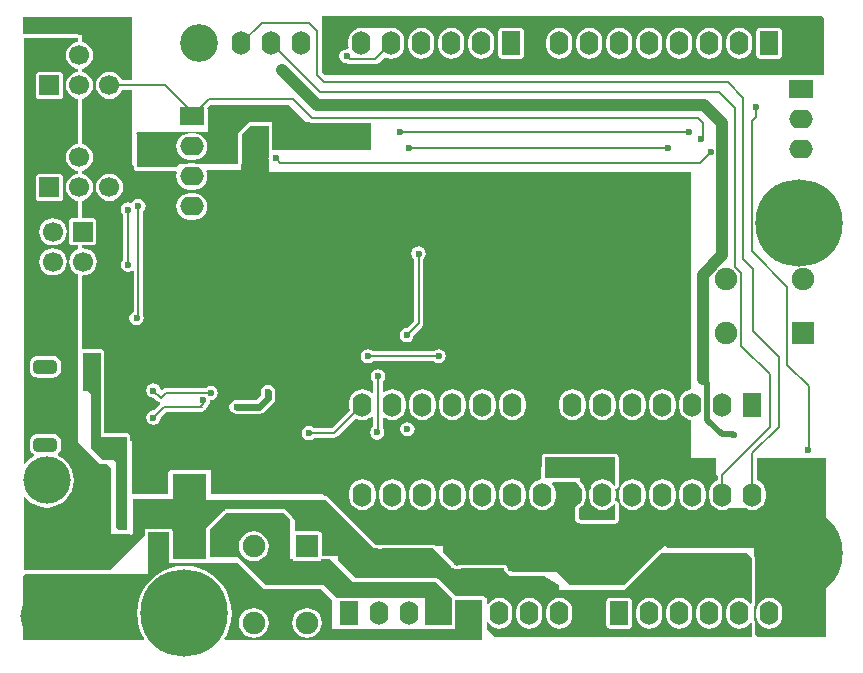
<source format=gbl>
G04 Layer_Physical_Order=2*
G04 Layer_Color=16711680*
%FSLAX44Y44*%
%MOMM*%
G71*
G01*
G75*
%ADD17R,1.9000X1.9000*%
%ADD32C,0.6000*%
%ADD33C,0.2000*%
%ADD34C,1.0000*%
%ADD35C,0.4000*%
%ADD37C,1.9000*%
%ADD38R,1.9000X1.9000*%
%ADD39O,2.0000X1.6000*%
%ADD40R,2.0000X1.6000*%
%ADD41R,1.7000X1.7000*%
%ADD42C,1.7000*%
%ADD43O,1.6000X2.0000*%
%ADD44R,1.6000X2.0000*%
%ADD45C,4.0000*%
G04:AMPARAMS|DCode=46|XSize=2mm|YSize=1.2mm|CornerRadius=0.36mm|HoleSize=0mm|Usage=FLASHONLY|Rotation=0.000|XOffset=0mm|YOffset=0mm|HoleType=Round|Shape=RoundedRectangle|*
%AMROUNDEDRECTD46*
21,1,2.0000,0.4800,0,0,0.0*
21,1,1.2800,1.2000,0,0,0.0*
1,1,0.7200,0.6400,-0.2400*
1,1,0.7200,-0.6400,-0.2400*
1,1,0.7200,-0.6400,0.2400*
1,1,0.7200,0.6400,0.2400*
%
%ADD46ROUNDEDRECTD46*%
%ADD47C,3.2000*%
%ADD48C,7.4000*%
%ADD49C,0.6000*%
%ADD50C,0.5000*%
G36*
X681000Y529000D02*
X681000Y481000D01*
X259000D01*
X256000Y484000D01*
Y531000D01*
X679000D01*
X681000Y529000D01*
D02*
G37*
G36*
X69000Y175000D02*
X76409D01*
X77000Y174883D01*
X77591Y175000D01*
X91000Y175000D01*
Y96000D01*
X84000D01*
X82000Y98000D01*
Y153000D01*
X80000Y155000D01*
X71000D01*
X61000Y165000D01*
Y211000D01*
X58000Y214000D01*
X54000D01*
Y246000D01*
X69000D01*
X69000Y175000D01*
D02*
G37*
G36*
X229000Y105000D02*
Y71000D01*
X231561D01*
X231837Y70587D01*
X232829Y69924D01*
X234000Y69691D01*
X253000D01*
X254170Y69924D01*
X255163Y70587D01*
X255439Y71000D01*
X263000D01*
X282000Y52000D01*
X317409D01*
X318000Y51883D01*
X318591Y52000D01*
X353000D01*
X366437Y38563D01*
X366174Y38170D01*
X365941Y37000D01*
Y15059D01*
X343000D01*
X343000Y38000D01*
X333354D01*
X333072Y38117D01*
X330200Y38495D01*
X327328Y38117D01*
X327046Y38000D01*
X307954D01*
X307672Y38117D01*
X304800Y38495D01*
X301928Y38117D01*
X301646Y38000D01*
X288909D01*
X288570Y38226D01*
X287400Y38459D01*
X271400D01*
X270229Y38226D01*
X269891Y38000D01*
X269000D01*
X258000Y49000D01*
X255296D01*
X255000Y49059D01*
X255000Y49059D01*
X208941D01*
X185000Y73000D01*
X161000D01*
Y96000D01*
X175000Y110000D01*
X224000D01*
X229000Y105000D01*
D02*
G37*
G36*
X49500Y512500D02*
Y509268D01*
X47798Y509044D01*
X45000Y507885D01*
X42598Y506042D01*
X40755Y503640D01*
X39596Y500842D01*
X39201Y497840D01*
X39596Y494838D01*
X40755Y492040D01*
X42598Y489638D01*
X45000Y487795D01*
X47798Y486636D01*
X49500Y486412D01*
Y483868D01*
X47798Y483644D01*
X45000Y482485D01*
X42598Y480642D01*
X40755Y478240D01*
X39596Y475442D01*
X39201Y472440D01*
X39596Y469438D01*
X40755Y466640D01*
X42598Y464238D01*
X45000Y462395D01*
X47798Y461236D01*
X49500Y461012D01*
X49500Y422908D01*
X47798Y422684D01*
X45000Y421525D01*
X42598Y419682D01*
X40755Y417280D01*
X39596Y414482D01*
X39201Y411480D01*
X39596Y408478D01*
X40755Y405680D01*
X42598Y403278D01*
X45000Y401435D01*
X47798Y400276D01*
X49500Y400052D01*
Y397508D01*
X47798Y397284D01*
X45000Y396125D01*
X42598Y394282D01*
X40755Y391880D01*
X39596Y389082D01*
X39201Y386080D01*
X39596Y383078D01*
X40755Y380280D01*
X42598Y377878D01*
X45000Y376035D01*
X47798Y374876D01*
X49500Y374652D01*
Y359959D01*
X45200D01*
X44029Y359726D01*
X43037Y359063D01*
X42374Y358070D01*
X42141Y356900D01*
Y339900D01*
X42374Y338730D01*
X43037Y337737D01*
X44029Y337074D01*
X45200Y336841D01*
X49500D01*
Y333708D01*
X47900Y333045D01*
X45498Y331202D01*
X43655Y328800D01*
X42496Y326002D01*
X42101Y323000D01*
X42496Y319998D01*
X43655Y317200D01*
X45498Y314798D01*
X47900Y312955D01*
X49500Y312292D01*
X49500Y249500D01*
Y170500D01*
X67500Y152500D01*
Y151500D01*
X74500D01*
X77500Y148500D01*
Y92500D01*
X93500D01*
X94500Y91500D01*
X96500Y93500D01*
Y122500D01*
X130000Y122500D01*
Y141730D01*
X130475Y143000D01*
X158000Y143000D01*
Y142000D01*
X158263Y141237D01*
X157756Y121500D01*
X259500Y121500D01*
X300500Y80500D01*
X302682D01*
X302909Y80348D01*
X305250Y79882D01*
X307591Y80348D01*
X307818Y80500D01*
X350500D01*
X365500Y65500D01*
Y63500D01*
X367808D01*
X368409Y63098D01*
X370750Y62632D01*
X373091Y63098D01*
X373692Y63500D01*
X409982D01*
X410348Y61659D01*
X411674Y59674D01*
X413659Y58348D01*
X414500Y58181D01*
Y57000D01*
X444000D01*
X456500Y49500D01*
Y45500D01*
X512500D01*
X543500Y76500D01*
X615500D01*
X620000Y72000D01*
Y34002D01*
X618730Y33571D01*
X617445Y35245D01*
X615147Y37009D01*
X612472Y38117D01*
X609600Y38495D01*
X606728Y38117D01*
X604053Y37009D01*
X601755Y35245D01*
X599991Y32947D01*
X598883Y30272D01*
X598505Y27400D01*
Y23400D01*
X598883Y20528D01*
X599991Y17852D01*
X601755Y15555D01*
X604053Y13792D01*
X606728Y12683D01*
X609600Y12305D01*
X612472Y12683D01*
X615147Y13792D01*
X617445Y15555D01*
X618730Y17229D01*
X620000Y16798D01*
Y5500D01*
X402500D01*
X395500Y12500D01*
Y17652D01*
X396770Y17905D01*
X396791Y17852D01*
X398555Y15555D01*
X400853Y13792D01*
X403528Y12683D01*
X406400Y12305D01*
X409272Y12683D01*
X411947Y13792D01*
X414245Y15555D01*
X416008Y17852D01*
X417117Y20528D01*
X417495Y23400D01*
Y27400D01*
X417117Y30272D01*
X416008Y32947D01*
X414245Y35245D01*
X411947Y37009D01*
X409272Y38117D01*
X406400Y38495D01*
X403528Y38117D01*
X400853Y37009D01*
X398555Y35245D01*
X396791Y32947D01*
X396770Y32895D01*
X395500Y33148D01*
Y38500D01*
X394606D01*
X394163Y39163D01*
X393171Y39826D01*
X392000Y40059D01*
X369064D01*
X368980Y40263D01*
X368767Y40476D01*
X368600Y40726D01*
X355163Y54163D01*
X354170Y54826D01*
X353000Y55059D01*
X353000Y55059D01*
X318591D01*
X318295Y55000D01*
X317705D01*
X317409Y55059D01*
X284941D01*
X269500Y70500D01*
Y73500D01*
X264659D01*
X264171Y73826D01*
X263000Y74059D01*
X263000Y74059D01*
X256500D01*
Y93500D01*
X255500Y94500D01*
X254284D01*
X254170Y94576D01*
X253000Y94809D01*
X234000D01*
X233500Y95219D01*
Y104500D01*
X231819Y106180D01*
X231163Y107163D01*
X231163Y107163D01*
X226163Y112163D01*
X225180Y112819D01*
X224500Y113500D01*
X174500D01*
X173819Y112819D01*
X172837Y112163D01*
X172837Y112163D01*
X158837Y98163D01*
X158174Y97170D01*
X157941Y96000D01*
X157941Y96000D01*
Y73000D01*
X158075Y72329D01*
X157278Y71059D01*
X130059Y71059D01*
X130059Y94000D01*
X129826Y95170D01*
X129500Y95658D01*
Y96500D01*
X128658D01*
X128170Y96826D01*
X127000Y97059D01*
X109000D01*
X107830Y96826D01*
X107341Y96500D01*
X106500D01*
Y95658D01*
X106174Y95170D01*
X105941Y94000D01*
Y90941D01*
X77059Y62059D01*
X5000Y62059D01*
X4770Y62013D01*
X3500Y63017D01*
Y123504D01*
X4770Y123958D01*
X6658Y121658D01*
X10160Y118784D01*
X14156Y116648D01*
X18491Y115333D01*
X23000Y114889D01*
X27509Y115333D01*
X31844Y116648D01*
X35840Y118784D01*
X39342Y121658D01*
X42216Y125160D01*
X44352Y129156D01*
X45667Y133491D01*
X46111Y138000D01*
X45667Y142509D01*
X44352Y146844D01*
X42216Y150840D01*
X39342Y154342D01*
X35840Y157216D01*
X32632Y158931D01*
X32508Y160437D01*
X33102Y160893D01*
X34160Y162271D01*
X34825Y163877D01*
X35052Y165600D01*
Y170400D01*
X34825Y172123D01*
X34160Y173729D01*
X33102Y175107D01*
X31723Y176165D01*
X30118Y176830D01*
X28395Y177057D01*
X15595D01*
X13872Y176830D01*
X12266Y176165D01*
X10888Y175107D01*
X9830Y173729D01*
X9165Y172123D01*
X8938Y170400D01*
Y165600D01*
X9165Y163877D01*
X9830Y162271D01*
X10888Y160893D01*
X12266Y159835D01*
X12468Y159752D01*
X12530Y158483D01*
X10160Y157216D01*
X6658Y154342D01*
X4770Y152042D01*
X3500Y152496D01*
Y512500D01*
X49500Y512500D01*
D02*
G37*
G36*
X233000Y451000D02*
X243000Y441000D01*
X246038D01*
X246439Y440732D01*
X248000Y440422D01*
X298000D01*
X298000Y418000D01*
X214000Y418000D01*
X214000Y441000D01*
X194000Y441000D01*
X185000Y432000D01*
X185000Y406000D01*
X150240D01*
X148000Y406295D01*
X144000D01*
X141760Y406000D01*
X136000D01*
X133000Y403000D01*
X100000D01*
Y431000D01*
X99000Y432000D01*
X100000Y433000D01*
X159000D01*
X160000Y434000D01*
Y452000D01*
X159059D01*
Y453291D01*
X161768Y456000D01*
X228000D01*
X233000Y451000D01*
D02*
G37*
G36*
X95000Y476518D02*
X86958D01*
X86245Y478240D01*
X84402Y480642D01*
X82000Y482485D01*
X79202Y483644D01*
X76200Y484039D01*
X73198Y483644D01*
X70400Y482485D01*
X67998Y480642D01*
X66155Y478240D01*
X64996Y475442D01*
X64601Y472440D01*
X64996Y469438D01*
X66155Y466640D01*
X67998Y464238D01*
X70400Y462395D01*
X73198Y461236D01*
X76200Y460841D01*
X79202Y461236D01*
X82000Y462395D01*
X84402Y464238D01*
X86245Y466640D01*
X86958Y468362D01*
X95000D01*
Y406000D01*
X96941Y404059D01*
Y403000D01*
X97174Y401829D01*
X97837Y400837D01*
X98829Y400174D01*
X100000Y399941D01*
X132683D01*
X133470Y399117D01*
X133612Y398867D01*
X133283Y398072D01*
X132905Y395200D01*
X133283Y392328D01*
X134391Y389652D01*
X136155Y387355D01*
X138453Y385592D01*
X141128Y384483D01*
X144000Y384105D01*
X148000D01*
X150872Y384483D01*
X153547Y385592D01*
X155845Y387355D01*
X157608Y389652D01*
X158717Y392328D01*
X159095Y395200D01*
X158717Y398072D01*
X158030Y399730D01*
X158878Y401000D01*
X188000D01*
Y405704D01*
X188059Y406000D01*
X188059Y430733D01*
X195267Y437941D01*
X210941Y437941D01*
X210941Y418000D01*
X211000Y417705D01*
Y411591D01*
X210882Y411000D01*
X211000Y410409D01*
Y399000D01*
X569000Y399000D01*
X569000Y214913D01*
X566978Y214647D01*
X564303Y213538D01*
X562005Y211775D01*
X560242Y209478D01*
X559133Y206802D01*
X558755Y203930D01*
Y199930D01*
X559133Y197058D01*
X560242Y194382D01*
X562005Y192085D01*
X564303Y190322D01*
X566978Y189213D01*
X569000Y188947D01*
X569000Y157000D01*
X590000Y157000D01*
Y143898D01*
X590000D01*
X590000Y143425D01*
X590662Y142763D01*
X591172Y141705D01*
Y137947D01*
X589703Y137338D01*
X587405Y135575D01*
X585642Y133278D01*
X584533Y130602D01*
X584155Y127730D01*
Y123730D01*
X584533Y120858D01*
X585642Y118182D01*
X587405Y115885D01*
X589703Y114122D01*
X592378Y113013D01*
X595250Y112635D01*
X598122Y113013D01*
X600797Y114122D01*
X615103D01*
X617778Y113013D01*
X620650Y112635D01*
X623522Y113013D01*
X626197Y114122D01*
X628495Y115885D01*
X630258Y118182D01*
X631367Y120858D01*
X631745Y123730D01*
Y127730D01*
X631367Y130602D01*
X630258Y133278D01*
X628495Y135575D01*
X626197Y137338D01*
X624728Y137947D01*
Y157000D01*
X683000Y157000D01*
X683000Y5000D01*
X625000D01*
X623059Y6941D01*
Y16798D01*
X623039Y16897D01*
X623052Y16998D01*
X622923Y17479D01*
X622826Y17968D01*
X622770Y18053D01*
X622743Y18151D01*
X622440Y18546D01*
X622163Y18961D01*
X622079Y19017D01*
X622017Y19097D01*
X622000Y19107D01*
Y31693D01*
X622017Y31702D01*
X622079Y31783D01*
X622163Y31839D01*
X622440Y32254D01*
X622743Y32649D01*
X622770Y32747D01*
X622826Y32832D01*
X622923Y33320D01*
X623052Y33802D01*
X623039Y33903D01*
X623059Y34002D01*
Y72000D01*
X623059Y72000D01*
X622826Y73170D01*
X622163Y74163D01*
X622163Y74163D01*
X622000Y74325D01*
Y81000D01*
X549000D01*
X547000Y83000D01*
X543559Y79559D01*
X543500D01*
X542329Y79326D01*
X541337Y78663D01*
X511674Y49000D01*
X466000D01*
X459000Y56000D01*
X454000Y60000D01*
X444521D01*
X444450Y60025D01*
X444223Y60014D01*
X444000Y60059D01*
X417249D01*
X417000Y60308D01*
Y64000D01*
X413001D01*
X412982Y64096D01*
X412867Y64375D01*
X412808Y64670D01*
X412640Y64921D01*
X412525Y65199D01*
X412312Y65412D01*
X412145Y65663D01*
X411894Y65830D01*
X411681Y66043D01*
X411403Y66158D01*
X411152Y66326D01*
X410857Y66385D01*
X410579Y66500D01*
X410277D01*
X409982Y66559D01*
X373692D01*
X373397Y66500D01*
X373096D01*
X372817Y66385D01*
X372522Y66326D01*
X372271Y66158D01*
X371993Y66043D01*
X371898Y65979D01*
X370750Y65751D01*
X369602Y65979D01*
X369507Y66043D01*
X369229Y66158D01*
X368978Y66326D01*
X368683Y66385D01*
X368405Y66500D01*
X368360D01*
X368326Y66670D01*
X367663Y67663D01*
X367663Y67663D01*
X359000Y76325D01*
Y82000D01*
X353326D01*
X352663Y82663D01*
X351670Y83326D01*
X350500Y83559D01*
X350500Y83559D01*
X307818D01*
X307523Y83500D01*
X307221D01*
X306943Y83385D01*
X306648Y83326D01*
X306548Y83259D01*
X305250Y83001D01*
X303952Y83259D01*
X303852Y83326D01*
X303557Y83385D01*
X303279Y83500D01*
X302977D01*
X302682Y83559D01*
X301767D01*
X261663Y123663D01*
X260670Y124326D01*
X259500Y124559D01*
X259500Y124559D01*
X258441D01*
X257000Y126000D01*
X162000D01*
Y147000D01*
X127500D01*
X126000Y145000D01*
X126000Y127270D01*
X124730Y126000D01*
X95000Y126000D01*
X95000Y171000D01*
X94059Y171217D01*
Y175000D01*
X93826Y176171D01*
X93163Y177163D01*
X92170Y177826D01*
X91000Y178059D01*
X77591Y178059D01*
X77295Y178000D01*
X77006Y178000D01*
X76705Y178000D01*
X76409Y178059D01*
X72059D01*
X72059Y246000D01*
X71826Y247171D01*
X71163Y248163D01*
X70170Y248826D01*
X69000Y249059D01*
X54000D01*
X53982Y249055D01*
X53000Y249861D01*
Y310787D01*
X53700Y311401D01*
X56702Y311796D01*
X59500Y312955D01*
X61902Y314798D01*
X63745Y317200D01*
X64904Y319998D01*
X65299Y323000D01*
X64904Y326002D01*
X63745Y328800D01*
X61902Y331202D01*
X59500Y333045D01*
X56702Y334204D01*
X53700Y334599D01*
X53000Y335213D01*
Y336841D01*
X62200D01*
X63370Y337074D01*
X64363Y337737D01*
X65026Y338730D01*
X65259Y339900D01*
Y356900D01*
X65026Y358070D01*
X64363Y359063D01*
X63370Y359726D01*
X62200Y359959D01*
X53000D01*
Y374770D01*
X53802Y374876D01*
X56600Y376035D01*
X59002Y377878D01*
X60845Y380280D01*
X62004Y383078D01*
X62399Y386080D01*
X62004Y389082D01*
X60845Y391880D01*
X59002Y394282D01*
X56600Y396125D01*
X53802Y397284D01*
X53000Y397390D01*
Y400170D01*
X53802Y400276D01*
X56600Y401435D01*
X59002Y403278D01*
X60845Y405680D01*
X62004Y408478D01*
X62399Y411480D01*
X62004Y414482D01*
X60845Y417280D01*
X59002Y419682D01*
X56600Y421525D01*
X53802Y422684D01*
X53000Y422790D01*
Y461130D01*
X53802Y461236D01*
X56600Y462395D01*
X59002Y464238D01*
X60845Y466640D01*
X62004Y469438D01*
X62399Y472440D01*
X62004Y475442D01*
X60845Y478240D01*
X59002Y480642D01*
X56600Y482485D01*
X53802Y483644D01*
X53000Y483750D01*
Y486530D01*
X53802Y486636D01*
X56600Y487795D01*
X59002Y489638D01*
X60845Y492040D01*
X62004Y494838D01*
X62399Y497840D01*
X62004Y500842D01*
X60845Y503640D01*
X59002Y506042D01*
X56600Y507885D01*
X53802Y509044D01*
X53000Y509150D01*
Y515000D01*
X51158D01*
X50670Y515326D01*
X49500Y515559D01*
X3500Y515559D01*
X3000Y515969D01*
Y530000D01*
X95000D01*
Y476518D01*
D02*
G37*
G36*
X127000Y68000D02*
X185000Y68000D01*
X207000Y46000D01*
X255000D01*
X265000Y36000D01*
Y12000D01*
X369000D01*
Y37000D01*
X392000D01*
Y3000D01*
X174186D01*
X173565Y4108D01*
X175450Y7184D01*
X177860Y13001D01*
X179330Y19123D01*
X179824Y25400D01*
X179330Y31677D01*
X177860Y37799D01*
X175450Y43616D01*
X172161Y48984D01*
X168072Y53772D01*
X163284Y57861D01*
X157916Y61150D01*
X152099Y63560D01*
X145977Y65030D01*
X139700Y65524D01*
X133423Y65030D01*
X127301Y63560D01*
X121484Y61150D01*
X116116Y57861D01*
X111328Y53772D01*
X107239Y48984D01*
X103949Y43616D01*
X101540Y37799D01*
X100070Y31677D01*
X99576Y25400D01*
X100070Y19123D01*
X101540Y13001D01*
X103949Y7184D01*
X105835Y4108D01*
X105214Y3000D01*
X3000D01*
Y57000D01*
X5000Y59000D01*
X109000Y59000D01*
X109000Y94000D01*
X127000D01*
X127000Y68000D01*
D02*
G37*
%LPC*%
G36*
X391160Y521095D02*
X388288Y520717D01*
X385613Y519608D01*
X383315Y517845D01*
X381552Y515547D01*
X380443Y512872D01*
X380065Y510000D01*
Y506000D01*
X380443Y503128D01*
X381552Y500452D01*
X383315Y498155D01*
X385613Y496391D01*
X388288Y495283D01*
X391160Y494905D01*
X394032Y495283D01*
X396707Y496391D01*
X399005Y498155D01*
X400769Y500452D01*
X401877Y503128D01*
X402255Y506000D01*
Y510000D01*
X401877Y512872D01*
X400769Y515547D01*
X399005Y517845D01*
X396707Y519608D01*
X394032Y520717D01*
X391160Y521095D01*
D02*
G37*
G36*
X457200D02*
X454328Y520717D01*
X451653Y519608D01*
X449355Y517845D01*
X447592Y515547D01*
X446483Y512872D01*
X446105Y510000D01*
Y506000D01*
X446483Y503128D01*
X447592Y500452D01*
X449355Y498155D01*
X451653Y496391D01*
X454328Y495283D01*
X457200Y494905D01*
X460072Y495283D01*
X462747Y496391D01*
X465045Y498155D01*
X466809Y500452D01*
X467917Y503128D01*
X468295Y506000D01*
Y510000D01*
X467917Y512872D01*
X466809Y515547D01*
X465045Y517845D01*
X462747Y519608D01*
X460072Y520717D01*
X457200Y521095D01*
D02*
G37*
G36*
X482600D02*
X479728Y520717D01*
X477053Y519608D01*
X474755Y517845D01*
X472991Y515547D01*
X471883Y512872D01*
X471505Y510000D01*
Y506000D01*
X471883Y503128D01*
X472991Y500452D01*
X474755Y498155D01*
X477053Y496391D01*
X479728Y495283D01*
X482600Y494905D01*
X485472Y495283D01*
X488147Y496391D01*
X490445Y498155D01*
X492209Y500452D01*
X493317Y503128D01*
X493695Y506000D01*
Y510000D01*
X493317Y512872D01*
X492209Y515547D01*
X490445Y517845D01*
X488147Y519608D01*
X485472Y520717D01*
X482600Y521095D01*
D02*
G37*
G36*
X365760D02*
X362888Y520717D01*
X360213Y519608D01*
X357915Y517845D01*
X356152Y515547D01*
X355043Y512872D01*
X354665Y510000D01*
Y506000D01*
X355043Y503128D01*
X356152Y500452D01*
X357915Y498155D01*
X360213Y496391D01*
X362888Y495283D01*
X365760Y494905D01*
X368632Y495283D01*
X371307Y496391D01*
X373605Y498155D01*
X375368Y500452D01*
X376477Y503128D01*
X376855Y506000D01*
Y510000D01*
X376477Y512872D01*
X375368Y515547D01*
X373605Y517845D01*
X371307Y519608D01*
X368632Y520717D01*
X365760Y521095D01*
D02*
G37*
G36*
X340360D02*
X337488Y520717D01*
X334813Y519608D01*
X332515Y517845D01*
X330751Y515547D01*
X329643Y512872D01*
X329265Y510000D01*
Y506000D01*
X329643Y503128D01*
X330751Y500452D01*
X332515Y498155D01*
X334813Y496391D01*
X337488Y495283D01*
X340360Y494905D01*
X343232Y495283D01*
X345907Y496391D01*
X348205Y498155D01*
X349968Y500452D01*
X351077Y503128D01*
X351455Y506000D01*
Y510000D01*
X351077Y512872D01*
X349968Y515547D01*
X348205Y517845D01*
X345907Y519608D01*
X343232Y520717D01*
X340360Y521095D01*
D02*
G37*
G36*
X508000D02*
X505128Y520717D01*
X502453Y519608D01*
X500155Y517845D01*
X498391Y515547D01*
X497283Y512872D01*
X496905Y510000D01*
Y506000D01*
X497283Y503128D01*
X498391Y500452D01*
X500155Y498155D01*
X502453Y496391D01*
X505128Y495283D01*
X508000Y494905D01*
X510872Y495283D01*
X513547Y496391D01*
X515845Y498155D01*
X517608Y500452D01*
X518717Y503128D01*
X519095Y506000D01*
Y510000D01*
X518717Y512872D01*
X517608Y515547D01*
X515845Y517845D01*
X513547Y519608D01*
X510872Y520717D01*
X508000Y521095D01*
D02*
G37*
G36*
X424560Y521059D02*
X408560D01*
X407389Y520826D01*
X406397Y520163D01*
X405734Y519170D01*
X405501Y518000D01*
Y498000D01*
X405734Y496829D01*
X406397Y495837D01*
X407389Y495174D01*
X408560Y494941D01*
X424560D01*
X425731Y495174D01*
X426723Y495837D01*
X427386Y496829D01*
X427619Y498000D01*
Y518000D01*
X427386Y519170D01*
X426723Y520163D01*
X425731Y520826D01*
X424560Y521059D01*
D02*
G37*
G36*
X643000D02*
X627000D01*
X625830Y520826D01*
X624837Y520163D01*
X624174Y519170D01*
X623941Y518000D01*
Y498000D01*
X624174Y496829D01*
X624837Y495837D01*
X625830Y495174D01*
X627000Y494941D01*
X643000D01*
X644171Y495174D01*
X645163Y495837D01*
X645826Y496829D01*
X646059Y498000D01*
Y518000D01*
X645826Y519170D01*
X645163Y520163D01*
X644171Y520826D01*
X643000Y521059D01*
D02*
G37*
G36*
X289560Y521095D02*
X286688Y520717D01*
X284013Y519608D01*
X281715Y517845D01*
X279951Y515547D01*
X278843Y512872D01*
X278465Y510000D01*
Y506000D01*
X278719Y504071D01*
X277579Y503002D01*
X277000Y503117D01*
X274659Y502652D01*
X272674Y501326D01*
X271348Y499341D01*
X270882Y497000D01*
X271348Y494659D01*
X272674Y492674D01*
X274659Y491348D01*
X277000Y490882D01*
X277550Y490992D01*
X277939Y490732D01*
X279500Y490422D01*
X279500Y490422D01*
X301460D01*
X301460Y490422D01*
X303021Y490732D01*
X304344Y491616D01*
X309247Y496519D01*
X309413Y496391D01*
X312088Y495283D01*
X314960Y494905D01*
X317832Y495283D01*
X320507Y496391D01*
X322805Y498155D01*
X324568Y500452D01*
X325677Y503128D01*
X326055Y506000D01*
Y510000D01*
X325677Y512872D01*
X324568Y515547D01*
X322805Y517845D01*
X320507Y519608D01*
X317832Y520717D01*
X314960Y521095D01*
X314239Y521000D01*
X314239Y521000D01*
X291000Y521000D01*
D01*
X289770Y521067D01*
X289560Y521095D01*
D02*
G37*
G36*
X609600D02*
X606728Y520717D01*
X604053Y519608D01*
X601755Y517845D01*
X599991Y515547D01*
X598883Y512872D01*
X598505Y510000D01*
Y506000D01*
X598883Y503128D01*
X599991Y500452D01*
X601755Y498155D01*
X604053Y496391D01*
X606728Y495283D01*
X609600Y494905D01*
X612472Y495283D01*
X615147Y496391D01*
X617445Y498155D01*
X619208Y500452D01*
X620317Y503128D01*
X620695Y506000D01*
Y510000D01*
X620317Y512872D01*
X619208Y515547D01*
X617445Y517845D01*
X615147Y519608D01*
X612472Y520717D01*
X609600Y521095D01*
D02*
G37*
G36*
X533400D02*
X530528Y520717D01*
X527853Y519608D01*
X525555Y517845D01*
X523792Y515547D01*
X522683Y512872D01*
X522305Y510000D01*
Y506000D01*
X522683Y503128D01*
X523792Y500452D01*
X525555Y498155D01*
X527853Y496391D01*
X530528Y495283D01*
X533400Y494905D01*
X536272Y495283D01*
X538947Y496391D01*
X541245Y498155D01*
X543008Y500452D01*
X544117Y503128D01*
X544495Y506000D01*
Y510000D01*
X544117Y512872D01*
X543008Y515547D01*
X541245Y517845D01*
X538947Y519608D01*
X536272Y520717D01*
X533400Y521095D01*
D02*
G37*
G36*
X558800D02*
X555928Y520717D01*
X553253Y519608D01*
X550955Y517845D01*
X549192Y515547D01*
X548083Y512872D01*
X547705Y510000D01*
Y506000D01*
X548083Y503128D01*
X549192Y500452D01*
X550955Y498155D01*
X553253Y496391D01*
X555928Y495283D01*
X558800Y494905D01*
X561672Y495283D01*
X564347Y496391D01*
X566645Y498155D01*
X568409Y500452D01*
X569517Y503128D01*
X569895Y506000D01*
Y510000D01*
X569517Y512872D01*
X568409Y515547D01*
X566645Y517845D01*
X564347Y519608D01*
X561672Y520717D01*
X558800Y521095D01*
D02*
G37*
G36*
X584200D02*
X581328Y520717D01*
X578653Y519608D01*
X576355Y517845D01*
X574591Y515547D01*
X573483Y512872D01*
X573105Y510000D01*
Y506000D01*
X573483Y503128D01*
X574591Y500452D01*
X576355Y498155D01*
X578653Y496391D01*
X581328Y495283D01*
X584200Y494905D01*
X587072Y495283D01*
X589747Y496391D01*
X592045Y498155D01*
X593809Y500452D01*
X594917Y503128D01*
X595295Y506000D01*
Y510000D01*
X594917Y512872D01*
X593809Y515547D01*
X592045Y517845D01*
X589747Y519608D01*
X587072Y520717D01*
X584200Y521095D01*
D02*
G37*
G36*
X198500Y94858D02*
X195237Y94428D01*
X192196Y93169D01*
X189585Y91165D01*
X187581Y88554D01*
X186322Y85513D01*
X185892Y82250D01*
X186322Y78987D01*
X187581Y75946D01*
X189585Y73335D01*
X192196Y71331D01*
X195237Y70072D01*
X198500Y69642D01*
X201763Y70072D01*
X204804Y71331D01*
X207415Y73335D01*
X209419Y75946D01*
X210678Y78987D01*
X211108Y82250D01*
X210678Y85513D01*
X209419Y88554D01*
X207415Y91165D01*
X204804Y93169D01*
X201763Y94428D01*
X198500Y94858D01*
D02*
G37*
G36*
X516000Y38459D02*
X500000D01*
X498829Y38226D01*
X497837Y37563D01*
X497174Y36570D01*
X496941Y35400D01*
Y15400D01*
X497174Y14230D01*
X497837Y13237D01*
X498829Y12574D01*
X500000Y12341D01*
X516000D01*
X517170Y12574D01*
X518163Y13237D01*
X518826Y14230D01*
X519059Y15400D01*
Y35400D01*
X518826Y36570D01*
X518163Y37563D01*
X517170Y38226D01*
X516000Y38459D01*
D02*
G37*
G36*
X533400Y38495D02*
X530528Y38117D01*
X527853Y37009D01*
X525555Y35245D01*
X523792Y32947D01*
X522683Y30272D01*
X522305Y27400D01*
Y23400D01*
X522683Y20528D01*
X523792Y17852D01*
X525555Y15555D01*
X527853Y13792D01*
X530528Y12683D01*
X533400Y12305D01*
X536272Y12683D01*
X538947Y13792D01*
X541245Y15555D01*
X543008Y17852D01*
X544117Y20528D01*
X544495Y23400D01*
Y27400D01*
X544117Y30272D01*
X543008Y32947D01*
X541245Y35245D01*
X538947Y37009D01*
X536272Y38117D01*
X533400Y38495D01*
D02*
G37*
G36*
X558800D02*
X555928Y38117D01*
X553253Y37009D01*
X550955Y35245D01*
X549192Y32947D01*
X548083Y30272D01*
X547705Y27400D01*
Y23400D01*
X548083Y20528D01*
X549192Y17852D01*
X550955Y15555D01*
X553253Y13792D01*
X555928Y12683D01*
X558800Y12305D01*
X561672Y12683D01*
X564347Y13792D01*
X566645Y15555D01*
X568409Y17852D01*
X569517Y20528D01*
X569895Y23400D01*
Y27400D01*
X569517Y30272D01*
X568409Y32947D01*
X566645Y35245D01*
X564347Y37009D01*
X561672Y38117D01*
X558800Y38495D01*
D02*
G37*
G36*
X584200D02*
X581328Y38117D01*
X578653Y37009D01*
X576355Y35245D01*
X574591Y32947D01*
X573483Y30272D01*
X573105Y27400D01*
Y23400D01*
X573483Y20528D01*
X574591Y17852D01*
X576355Y15555D01*
X578653Y13792D01*
X581328Y12683D01*
X584200Y12305D01*
X587072Y12683D01*
X589747Y13792D01*
X592045Y15555D01*
X593809Y17852D01*
X594917Y20528D01*
X595295Y23400D01*
Y27400D01*
X594917Y30272D01*
X593809Y32947D01*
X592045Y35245D01*
X589747Y37009D01*
X587072Y38117D01*
X584200Y38495D01*
D02*
G37*
G36*
X457200D02*
X454328Y38117D01*
X451653Y37009D01*
X449355Y35245D01*
X447592Y32947D01*
X446483Y30272D01*
X446105Y27400D01*
Y23400D01*
X446483Y20528D01*
X447592Y17852D01*
X449355Y15555D01*
X451653Y13792D01*
X454328Y12683D01*
X457200Y12305D01*
X460072Y12683D01*
X462747Y13792D01*
X465045Y15555D01*
X466809Y17852D01*
X467917Y20528D01*
X468295Y23400D01*
Y27400D01*
X467917Y30272D01*
X466809Y32947D01*
X465045Y35245D01*
X462747Y37009D01*
X460072Y38117D01*
X457200Y38495D01*
D02*
G37*
G36*
X431800D02*
X428928Y38117D01*
X426253Y37009D01*
X423955Y35245D01*
X422192Y32947D01*
X421083Y30272D01*
X420705Y27400D01*
Y23400D01*
X421083Y20528D01*
X422192Y17852D01*
X423955Y15555D01*
X426253Y13792D01*
X428928Y12683D01*
X431800Y12305D01*
X434672Y12683D01*
X437347Y13792D01*
X439645Y15555D01*
X441409Y17852D01*
X442517Y20528D01*
X442895Y23400D01*
Y27400D01*
X442517Y30272D01*
X441409Y32947D01*
X439645Y35245D01*
X437347Y37009D01*
X434672Y38117D01*
X431800Y38495D01*
D02*
G37*
G36*
X33900Y483999D02*
X16900D01*
X15730Y483766D01*
X14737Y483103D01*
X14074Y482110D01*
X13841Y480940D01*
Y463940D01*
X14074Y462770D01*
X14737Y461777D01*
X15730Y461114D01*
X16900Y460881D01*
X33900D01*
X35071Y461114D01*
X36063Y461777D01*
X36726Y462770D01*
X36959Y463940D01*
Y480940D01*
X36726Y482110D01*
X36063Y483103D01*
X35071Y483766D01*
X33900Y483999D01*
D02*
G37*
G36*
Y397639D02*
X16900D01*
X15730Y397406D01*
X14737Y396743D01*
X14074Y395751D01*
X13841Y394580D01*
Y377580D01*
X14074Y376409D01*
X14737Y375417D01*
X15730Y374754D01*
X16900Y374521D01*
X33900D01*
X35071Y374754D01*
X36063Y375417D01*
X36726Y376409D01*
X36959Y377580D01*
Y394580D01*
X36726Y395751D01*
X36063Y396743D01*
X35071Y397406D01*
X33900Y397639D01*
D02*
G37*
G36*
X28395Y243057D02*
X15595D01*
X13872Y242830D01*
X12266Y242165D01*
X10888Y241107D01*
X9830Y239729D01*
X9165Y238123D01*
X8938Y236400D01*
Y231600D01*
X9165Y229877D01*
X9830Y228272D01*
X10888Y226893D01*
X12266Y225835D01*
X13872Y225170D01*
X15595Y224943D01*
X28395D01*
X30118Y225170D01*
X31723Y225835D01*
X33102Y226893D01*
X34160Y228272D01*
X34825Y229877D01*
X35052Y231600D01*
Y236400D01*
X34825Y238123D01*
X34160Y239729D01*
X33102Y241107D01*
X31723Y242165D01*
X30118Y242830D01*
X28395Y243057D01*
D02*
G37*
G36*
X28300Y359999D02*
X25298Y359604D01*
X22500Y358445D01*
X20098Y356602D01*
X18255Y354200D01*
X17096Y351402D01*
X16701Y348400D01*
X17096Y345398D01*
X18255Y342600D01*
X20098Y340198D01*
X22500Y338355D01*
X25298Y337196D01*
X28300Y336801D01*
X31302Y337196D01*
X34100Y338355D01*
X36502Y340198D01*
X38345Y342600D01*
X39504Y345398D01*
X39899Y348400D01*
X39504Y351402D01*
X38345Y354200D01*
X36502Y356602D01*
X34100Y358445D01*
X31302Y359604D01*
X28300Y359999D01*
D02*
G37*
G36*
Y334599D02*
X25298Y334204D01*
X22500Y333045D01*
X20098Y331202D01*
X18255Y328800D01*
X17096Y326002D01*
X16701Y323000D01*
X17096Y319998D01*
X18255Y317200D01*
X20098Y314798D01*
X22500Y312955D01*
X25298Y311796D01*
X28300Y311401D01*
X31302Y311796D01*
X34100Y312955D01*
X36502Y314798D01*
X38345Y317200D01*
X39504Y319998D01*
X39899Y323000D01*
X39504Y326002D01*
X38345Y328800D01*
X36502Y331202D01*
X34100Y333045D01*
X31302Y334204D01*
X28300Y334599D01*
D02*
G37*
G36*
X148000Y431695D02*
X144000D01*
X141128Y431317D01*
X138453Y430209D01*
X136155Y428445D01*
X134391Y426147D01*
X133283Y423472D01*
X132905Y420600D01*
X133283Y417728D01*
X134391Y415052D01*
X136155Y412755D01*
X138453Y410992D01*
X141128Y409883D01*
X144000Y409505D01*
X148000D01*
X150872Y409883D01*
X153547Y410992D01*
X155845Y412755D01*
X157608Y415052D01*
X158717Y417728D01*
X159095Y420600D01*
X158717Y423472D01*
X157608Y426147D01*
X155845Y428445D01*
X153547Y430209D01*
X150872Y431317D01*
X148000Y431695D01*
D02*
G37*
G36*
X519050Y138825D02*
X516178Y138447D01*
X513503Y137338D01*
X511205Y135575D01*
X509441Y133278D01*
X508333Y130602D01*
X507955Y127730D01*
Y123730D01*
X508333Y120858D01*
X509441Y118182D01*
X511205Y115885D01*
X513503Y114122D01*
X516178Y113013D01*
X519050Y112635D01*
X521922Y113013D01*
X524597Y114122D01*
X526895Y115885D01*
X528658Y118182D01*
X529767Y120858D01*
X530145Y123730D01*
Y127730D01*
X529767Y130602D01*
X528658Y133278D01*
X526895Y135575D01*
X524597Y137338D01*
X521922Y138447D01*
X519050Y138825D01*
D02*
G37*
G36*
X544450D02*
X541578Y138447D01*
X538903Y137338D01*
X536605Y135575D01*
X534841Y133278D01*
X533733Y130602D01*
X533355Y127730D01*
Y123730D01*
X533733Y120858D01*
X534841Y118182D01*
X536605Y115885D01*
X538903Y114122D01*
X541578Y113013D01*
X544450Y112635D01*
X547322Y113013D01*
X549997Y114122D01*
X552295Y115885D01*
X554058Y118182D01*
X555167Y120858D01*
X555545Y123730D01*
Y127730D01*
X555167Y130602D01*
X554058Y133278D01*
X552295Y135575D01*
X549997Y137338D01*
X547322Y138447D01*
X544450Y138825D01*
D02*
G37*
G36*
X569850D02*
X566978Y138447D01*
X564303Y137338D01*
X562005Y135575D01*
X560242Y133278D01*
X559133Y130602D01*
X558755Y127730D01*
Y123730D01*
X559133Y120858D01*
X560242Y118182D01*
X562005Y115885D01*
X564303Y114122D01*
X566978Y113013D01*
X569850Y112635D01*
X572722Y113013D01*
X575397Y114122D01*
X577695Y115885D01*
X579459Y118182D01*
X580567Y120858D01*
X580945Y123730D01*
Y127730D01*
X580567Y130602D01*
X579459Y133278D01*
X577695Y135575D01*
X575397Y137338D01*
X572722Y138447D01*
X569850Y138825D01*
D02*
G37*
G36*
X366650D02*
X363778Y138447D01*
X361103Y137338D01*
X358805Y135575D01*
X357042Y133278D01*
X355933Y130602D01*
X355555Y127730D01*
Y123730D01*
X355933Y120858D01*
X357042Y118182D01*
X358805Y115885D01*
X361103Y114122D01*
X363778Y113013D01*
X366650Y112635D01*
X369522Y113013D01*
X372197Y114122D01*
X374495Y115885D01*
X376259Y118182D01*
X377367Y120858D01*
X377745Y123730D01*
Y127730D01*
X377367Y130602D01*
X376259Y133278D01*
X374495Y135575D01*
X372197Y137338D01*
X369522Y138447D01*
X366650Y138825D01*
D02*
G37*
G36*
X392050D02*
X389178Y138447D01*
X386503Y137338D01*
X384205Y135575D01*
X382441Y133278D01*
X381333Y130602D01*
X380955Y127730D01*
Y123730D01*
X381333Y120858D01*
X382441Y118182D01*
X384205Y115885D01*
X386503Y114122D01*
X389178Y113013D01*
X392050Y112635D01*
X394922Y113013D01*
X397597Y114122D01*
X399895Y115885D01*
X401659Y118182D01*
X402767Y120858D01*
X403145Y123730D01*
Y127730D01*
X402767Y130602D01*
X401659Y133278D01*
X399895Y135575D01*
X397597Y137338D01*
X394922Y138447D01*
X392050Y138825D01*
D02*
G37*
G36*
X417450D02*
X414578Y138447D01*
X411903Y137338D01*
X409605Y135575D01*
X407841Y133278D01*
X406733Y130602D01*
X406355Y127730D01*
Y123730D01*
X406733Y120858D01*
X407841Y118182D01*
X409605Y115885D01*
X411903Y114122D01*
X414578Y113013D01*
X417450Y112635D01*
X420322Y113013D01*
X422997Y114122D01*
X425295Y115885D01*
X427058Y118182D01*
X428167Y120858D01*
X428545Y123730D01*
Y127730D01*
X428167Y130602D01*
X427058Y133278D01*
X425295Y135575D01*
X422997Y137338D01*
X420322Y138447D01*
X417450Y138825D01*
D02*
G37*
G36*
X366650Y215025D02*
X363778Y214647D01*
X361103Y213538D01*
X358805Y211775D01*
X357042Y209478D01*
X355933Y206802D01*
X355555Y203930D01*
Y199930D01*
X355933Y197058D01*
X357042Y194382D01*
X358805Y192085D01*
X361103Y190322D01*
X363778Y189213D01*
X366650Y188835D01*
X369522Y189213D01*
X372197Y190322D01*
X374495Y192085D01*
X376259Y194382D01*
X377367Y197058D01*
X377745Y199930D01*
Y203930D01*
X377367Y206802D01*
X376259Y209478D01*
X374495Y211775D01*
X372197Y213538D01*
X369522Y214647D01*
X366650Y215025D01*
D02*
G37*
G36*
X392050D02*
X389178Y214647D01*
X386503Y213538D01*
X384205Y211775D01*
X382441Y209478D01*
X381333Y206802D01*
X380955Y203930D01*
Y199930D01*
X381333Y197058D01*
X382441Y194382D01*
X384205Y192085D01*
X386503Y190322D01*
X389178Y189213D01*
X392050Y188835D01*
X394922Y189213D01*
X397597Y190322D01*
X399895Y192085D01*
X401659Y194382D01*
X402767Y197058D01*
X403145Y199930D01*
Y203930D01*
X402767Y206802D01*
X401659Y209478D01*
X399895Y211775D01*
X397597Y213538D01*
X394922Y214647D01*
X392050Y215025D01*
D02*
G37*
G36*
X417450D02*
X414578Y214647D01*
X411903Y213538D01*
X409605Y211775D01*
X407841Y209478D01*
X406733Y206802D01*
X406355Y203930D01*
Y199930D01*
X406733Y197058D01*
X407841Y194382D01*
X409605Y192085D01*
X411903Y190322D01*
X414578Y189213D01*
X417450Y188835D01*
X420322Y189213D01*
X422997Y190322D01*
X425295Y192085D01*
X427058Y194382D01*
X428167Y197058D01*
X428545Y199930D01*
Y203930D01*
X428167Y206802D01*
X427058Y209478D01*
X425295Y211775D01*
X422997Y213538D01*
X420322Y214647D01*
X417450Y215025D01*
D02*
G37*
G36*
X468250D02*
X465378Y214647D01*
X462703Y213538D01*
X460405Y211775D01*
X458642Y209478D01*
X457533Y206802D01*
X457155Y203930D01*
Y199930D01*
X457533Y197058D01*
X458642Y194382D01*
X460405Y192085D01*
X462703Y190322D01*
X465378Y189213D01*
X468250Y188835D01*
X471122Y189213D01*
X473797Y190322D01*
X476095Y192085D01*
X477859Y194382D01*
X478967Y197058D01*
X479345Y199930D01*
Y203930D01*
X478967Y206802D01*
X477859Y209478D01*
X476095Y211775D01*
X473797Y213538D01*
X471122Y214647D01*
X468250Y215025D01*
D02*
G37*
G36*
X328500Y187367D02*
X326159Y186902D01*
X324174Y185576D01*
X322848Y183591D01*
X322383Y181250D01*
X322848Y178909D01*
X324174Y176924D01*
X326159Y175598D01*
X328500Y175133D01*
X330841Y175598D01*
X332826Y176924D01*
X334152Y178909D01*
X334618Y181250D01*
X334152Y183591D01*
X332826Y185576D01*
X330841Y186902D01*
X328500Y187367D01*
D02*
G37*
G36*
X341250Y215025D02*
X338378Y214647D01*
X335703Y213538D01*
X333405Y211775D01*
X331642Y209478D01*
X330533Y206802D01*
X330155Y203930D01*
Y199930D01*
X330533Y197058D01*
X331642Y194382D01*
X333405Y192085D01*
X335703Y190322D01*
X338378Y189213D01*
X341250Y188835D01*
X344122Y189213D01*
X346797Y190322D01*
X349095Y192085D01*
X350858Y194382D01*
X351967Y197058D01*
X352345Y199930D01*
Y203930D01*
X351967Y206802D01*
X350858Y209478D01*
X349095Y211775D01*
X346797Y213538D01*
X344122Y214647D01*
X341250Y215025D01*
D02*
G37*
G36*
Y138825D02*
X338378Y138447D01*
X335703Y137338D01*
X333405Y135575D01*
X331642Y133278D01*
X330533Y130602D01*
X330155Y127730D01*
Y123730D01*
X330533Y120858D01*
X331642Y118182D01*
X333405Y115885D01*
X335703Y114122D01*
X338378Y113013D01*
X341250Y112635D01*
X344122Y113013D01*
X346797Y114122D01*
X349095Y115885D01*
X350858Y118182D01*
X351967Y120858D01*
X352345Y123730D01*
Y127730D01*
X351967Y130602D01*
X350858Y133278D01*
X349095Y135575D01*
X346797Y137338D01*
X344122Y138447D01*
X341250Y138825D01*
D02*
G37*
G36*
X635000Y38495D02*
X632128Y38117D01*
X629453Y37009D01*
X627155Y35245D01*
X625392Y32947D01*
X624283Y30272D01*
X623905Y27400D01*
Y23400D01*
X624283Y20528D01*
X625392Y17852D01*
X627155Y15555D01*
X629453Y13792D01*
X632128Y12683D01*
X635000Y12305D01*
X637872Y12683D01*
X640547Y13792D01*
X642845Y15555D01*
X644609Y17852D01*
X645717Y20528D01*
X646095Y23400D01*
Y27400D01*
X645717Y30272D01*
X644609Y32947D01*
X642845Y35245D01*
X640547Y37009D01*
X637872Y38117D01*
X635000Y38495D01*
D02*
G37*
G36*
X290450Y138825D02*
X287578Y138447D01*
X284903Y137338D01*
X282605Y135575D01*
X280842Y133278D01*
X279733Y130602D01*
X279355Y127730D01*
Y123730D01*
X279733Y120858D01*
X280842Y118182D01*
X282605Y115885D01*
X284903Y114122D01*
X287578Y113013D01*
X290450Y112635D01*
X293322Y113013D01*
X295997Y114122D01*
X298295Y115885D01*
X300058Y118182D01*
X301167Y120858D01*
X301545Y123730D01*
Y127730D01*
X301167Y130602D01*
X300058Y133278D01*
X298295Y135575D01*
X295997Y137338D01*
X293322Y138447D01*
X290450Y138825D01*
D02*
G37*
G36*
X315850D02*
X312978Y138447D01*
X310303Y137338D01*
X308005Y135575D01*
X306241Y133278D01*
X305133Y130602D01*
X304755Y127730D01*
Y123730D01*
X305133Y120858D01*
X306241Y118182D01*
X308005Y115885D01*
X310303Y114122D01*
X312978Y113013D01*
X315850Y112635D01*
X318722Y113013D01*
X321397Y114122D01*
X323695Y115885D01*
X325458Y118182D01*
X326567Y120858D01*
X326945Y123730D01*
Y127730D01*
X326567Y130602D01*
X325458Y133278D01*
X323695Y135575D01*
X321397Y137338D01*
X318722Y138447D01*
X315850Y138825D01*
D02*
G37*
G36*
X445225Y160646D02*
X444659Y160533D01*
X444091Y160427D01*
X444074Y160417D01*
X444055Y160413D01*
X443575Y160092D01*
X443090Y159777D01*
X443079Y159761D01*
X443062Y159750D01*
X442741Y159269D01*
X442415Y158793D01*
X442410Y158774D01*
X442399Y158757D01*
X442286Y158191D01*
X442167Y157626D01*
X441941Y140039D01*
X441951Y139988D01*
X441835Y139420D01*
X441195Y138715D01*
X440949Y138575D01*
X439978Y138447D01*
X437303Y137338D01*
X435005Y135575D01*
X433242Y133278D01*
X432133Y130602D01*
X431755Y127730D01*
Y123730D01*
X432133Y120858D01*
X433242Y118182D01*
X435005Y115885D01*
X437303Y114122D01*
X439978Y113013D01*
X442850Y112635D01*
X445722Y113013D01*
X448397Y114122D01*
X450695Y115885D01*
X452458Y118182D01*
X453567Y120858D01*
X453945Y123730D01*
Y127730D01*
X453567Y130602D01*
X452458Y133278D01*
X450939Y135258D01*
X451392Y136528D01*
X471323Y136528D01*
X471381Y136467D01*
X471509Y136088D01*
X471587Y135695D01*
X471699Y135528D01*
X471764Y135337D01*
X472028Y135036D01*
X472250Y134703D01*
X472418Y134591D01*
X472551Y134439D01*
X473914Y133394D01*
X475187Y131735D01*
X475987Y129803D01*
X476286Y127529D01*
Y123931D01*
X475987Y121657D01*
X475187Y119725D01*
X473914Y118066D01*
X472255Y116793D01*
X472243Y116788D01*
X471250Y116125D01*
X470986Y115729D01*
X470587Y115133D01*
X470355Y113962D01*
Y105935D01*
X470587Y104764D01*
X471250Y103772D01*
X471250Y103772D01*
X472925Y102098D01*
X473917Y101435D01*
X475088Y101202D01*
X475088Y101202D01*
X504087D01*
X504088Y101202D01*
X505258Y101435D01*
X506250Y102098D01*
X506576Y102424D01*
X507239Y103416D01*
X507472Y104586D01*
X507472Y104587D01*
Y117678D01*
X507361Y118235D01*
X507261Y118794D01*
X507245Y118820D01*
X507239Y118849D01*
X506924Y119321D01*
X506617Y119799D01*
X506593Y119816D01*
X506576Y119841D01*
X506104Y120157D01*
X505638Y120481D01*
X504896Y120805D01*
X504375Y120919D01*
X504745Y123730D01*
Y127730D01*
X504375Y130541D01*
X504896Y130655D01*
X505638Y130979D01*
X506104Y131303D01*
X506576Y131619D01*
X506593Y131644D01*
X506617Y131661D01*
X506924Y132139D01*
X507239Y132611D01*
X507245Y132640D01*
X507261Y132666D01*
X507361Y133225D01*
X507472Y133782D01*
Y157586D01*
X507239Y158757D01*
X506576Y159749D01*
X505584Y160413D01*
X504413Y160645D01*
X445225Y160646D01*
D02*
G37*
G36*
X113500Y220117D02*
X111159Y219652D01*
X109174Y218326D01*
X107848Y216341D01*
X107382Y214000D01*
X107848Y211659D01*
X109174Y209674D01*
X111159Y208348D01*
X113500Y207882D01*
X113792Y207941D01*
X116866Y204866D01*
X118189Y203982D01*
X118797Y203861D01*
X119215Y202483D01*
X113792Y197059D01*
X113500Y197118D01*
X111159Y196652D01*
X109174Y195326D01*
X107848Y193341D01*
X107382Y191000D01*
X107848Y188659D01*
X109174Y186674D01*
X111159Y185348D01*
X113500Y184883D01*
X115841Y185348D01*
X117826Y186674D01*
X119152Y188659D01*
X119618Y191000D01*
X119559Y191292D01*
X124439Y196172D01*
X153500D01*
X153750Y196221D01*
X154000Y196172D01*
X154250D01*
X155811Y196482D01*
X157134Y197366D01*
X158018Y198689D01*
X158095Y199077D01*
X158384Y199366D01*
X158384Y199366D01*
X159268Y200689D01*
X159307Y200885D01*
X159826Y201232D01*
X161152Y203216D01*
X161618Y205558D01*
X162816Y206045D01*
X164341Y206348D01*
X166326Y207674D01*
X167652Y209659D01*
X168118Y212000D01*
X167652Y214341D01*
X166326Y216326D01*
X164341Y217652D01*
X162000Y218118D01*
X159659Y217652D01*
X157674Y216326D01*
X157547Y216136D01*
X124058D01*
X122497Y215826D01*
X121174Y214942D01*
X121174Y214941D01*
X120800Y214567D01*
X119422Y214985D01*
X119152Y216341D01*
X117826Y218326D01*
X115841Y219652D01*
X113500Y220117D01*
D02*
G37*
G36*
X303500Y232118D02*
X301159Y231652D01*
X299174Y230326D01*
X297848Y228341D01*
X297383Y226000D01*
X297848Y223659D01*
X299174Y221674D01*
X299422Y221509D01*
Y212171D01*
X298152Y211886D01*
X295997Y213538D01*
X293322Y214647D01*
X290450Y215025D01*
X287578Y214647D01*
X284903Y213538D01*
X282605Y211775D01*
X280842Y209478D01*
X279733Y206802D01*
X279355Y203930D01*
Y199930D01*
X279733Y197058D01*
X279756Y197003D01*
X264831Y182078D01*
X249491D01*
X249326Y182326D01*
X247341Y183652D01*
X245000Y184118D01*
X242659Y183652D01*
X240674Y182326D01*
X239348Y180341D01*
X238883Y178000D01*
X239348Y175659D01*
X240674Y173674D01*
X242659Y172348D01*
X245000Y171882D01*
X247341Y172348D01*
X249326Y173674D01*
X249491Y173922D01*
X266520D01*
X266520Y173922D01*
X268081Y174232D01*
X269404Y175116D01*
X284736Y190449D01*
X284903Y190322D01*
X287578Y189213D01*
X290450Y188835D01*
X293322Y189213D01*
X295997Y190322D01*
X298152Y191975D01*
X299422Y191689D01*
Y183325D01*
X298674Y182826D01*
X297348Y180841D01*
X296882Y178500D01*
X297348Y176159D01*
X298674Y174174D01*
X300659Y172848D01*
X303000Y172383D01*
X305341Y172848D01*
X307326Y174174D01*
X308652Y176159D01*
X309118Y178500D01*
X308652Y180841D01*
X307578Y182448D01*
Y190811D01*
X308848Y191437D01*
X310303Y190322D01*
X312978Y189213D01*
X315850Y188835D01*
X318722Y189213D01*
X321397Y190322D01*
X323695Y192085D01*
X325458Y194382D01*
X326567Y197058D01*
X326945Y199930D01*
Y203930D01*
X326567Y206802D01*
X325458Y209478D01*
X323695Y211775D01*
X321397Y213538D01*
X318722Y214647D01*
X315850Y215025D01*
X312978Y214647D01*
X310303Y213538D01*
X308848Y212423D01*
X307578Y213049D01*
Y221509D01*
X307826Y221674D01*
X309152Y223659D01*
X309618Y226000D01*
X309152Y228341D01*
X307826Y230326D01*
X305841Y231652D01*
X303500Y232118D01*
D02*
G37*
G36*
X210500Y218867D02*
X208159Y218402D01*
X206174Y217076D01*
X204848Y215091D01*
X204382Y212750D01*
Y210034D01*
X200716Y206368D01*
X184000D01*
X181659Y205902D01*
X179674Y204576D01*
X178348Y202591D01*
X177882Y200250D01*
X178348Y197909D01*
X179674Y195924D01*
X181659Y194598D01*
X184000Y194132D01*
X203250D01*
X205591Y194598D01*
X207576Y195924D01*
X214826Y203174D01*
X216152Y205159D01*
X216618Y207500D01*
Y212750D01*
X216152Y215091D01*
X214826Y217076D01*
X212841Y218402D01*
X210500Y218867D01*
D02*
G37*
G36*
X493650Y215025D02*
X490778Y214647D01*
X488103Y213538D01*
X485805Y211775D01*
X484041Y209478D01*
X482933Y206802D01*
X482555Y203930D01*
Y199930D01*
X482933Y197058D01*
X484041Y194382D01*
X485805Y192085D01*
X488103Y190322D01*
X490778Y189213D01*
X493650Y188835D01*
X496522Y189213D01*
X499197Y190322D01*
X501495Y192085D01*
X503259Y194382D01*
X504367Y197058D01*
X504745Y199930D01*
Y203930D01*
X504367Y206802D01*
X503259Y209478D01*
X501495Y211775D01*
X499197Y213538D01*
X496522Y214647D01*
X493650Y215025D01*
D02*
G37*
G36*
X519050D02*
X516178Y214647D01*
X513503Y213538D01*
X511205Y211775D01*
X509441Y209478D01*
X508333Y206802D01*
X507955Y203930D01*
Y199930D01*
X508333Y197058D01*
X509441Y194382D01*
X511205Y192085D01*
X513503Y190322D01*
X516178Y189213D01*
X519050Y188835D01*
X521922Y189213D01*
X524597Y190322D01*
X526895Y192085D01*
X528658Y194382D01*
X529767Y197058D01*
X530145Y199930D01*
Y203930D01*
X529767Y206802D01*
X528658Y209478D01*
X526895Y211775D01*
X524597Y213538D01*
X521922Y214647D01*
X519050Y215025D01*
D02*
G37*
G36*
X544450D02*
X541578Y214647D01*
X538903Y213538D01*
X536605Y211775D01*
X534841Y209478D01*
X533733Y206802D01*
X533355Y203930D01*
Y199930D01*
X533733Y197058D01*
X534841Y194382D01*
X536605Y192085D01*
X538903Y190322D01*
X541578Y189213D01*
X544450Y188835D01*
X547322Y189213D01*
X549997Y190322D01*
X552295Y192085D01*
X554058Y194382D01*
X555167Y197058D01*
X555545Y199930D01*
Y203930D01*
X555167Y206802D01*
X554058Y209478D01*
X552295Y211775D01*
X549997Y213538D01*
X547322Y214647D01*
X544450Y215025D01*
D02*
G37*
G36*
X148000Y380895D02*
X144000D01*
X141128Y380517D01*
X138453Y379408D01*
X136155Y377645D01*
X134391Y375348D01*
X133283Y372672D01*
X132905Y369800D01*
X133283Y366928D01*
X134391Y364253D01*
X136155Y361955D01*
X138453Y360191D01*
X141128Y359083D01*
X144000Y358705D01*
X148000D01*
X150872Y359083D01*
X153547Y360191D01*
X155845Y361955D01*
X157608Y364253D01*
X158717Y366928D01*
X159095Y369800D01*
X158717Y372672D01*
X157608Y375348D01*
X155845Y377645D01*
X153547Y379408D01*
X150872Y380517D01*
X148000Y380895D01*
D02*
G37*
G36*
X76200Y397679D02*
X73198Y397284D01*
X70400Y396125D01*
X67998Y394282D01*
X66155Y391880D01*
X64996Y389082D01*
X64601Y386080D01*
X64996Y383078D01*
X66155Y380280D01*
X67998Y377878D01*
X70400Y376035D01*
X73198Y374876D01*
X76200Y374481D01*
X79202Y374876D01*
X82000Y376035D01*
X84402Y377878D01*
X86245Y380280D01*
X87404Y383078D01*
X87799Y386080D01*
X87404Y389082D01*
X86245Y391880D01*
X84402Y394282D01*
X82000Y396125D01*
X79202Y397284D01*
X76200Y397679D01*
D02*
G37*
G36*
X100750Y376367D02*
X98409Y375902D01*
X96424Y374576D01*
X95714Y373512D01*
X94341Y372902D01*
X92000Y373368D01*
X89659Y372902D01*
X87674Y371576D01*
X86348Y369591D01*
X85883Y367250D01*
X86348Y364909D01*
X87674Y362924D01*
X87922Y362759D01*
Y325158D01*
X87424Y324826D01*
X86098Y322841D01*
X85632Y320500D01*
X86098Y318159D01*
X87424Y316174D01*
X89409Y314848D01*
X91750Y314382D01*
X94091Y314848D01*
X95402Y315724D01*
X96672Y315045D01*
Y280993D01*
X94924Y279826D01*
X93598Y277841D01*
X93132Y275500D01*
X93598Y273159D01*
X94924Y271174D01*
X96909Y269848D01*
X99250Y269382D01*
X101591Y269848D01*
X103576Y271174D01*
X104902Y273159D01*
X105367Y275500D01*
X104902Y277841D01*
X104821Y277962D01*
X104828Y278000D01*
X104828Y278000D01*
Y365759D01*
X105076Y365924D01*
X106402Y367909D01*
X106868Y370250D01*
X106402Y372591D01*
X105076Y374576D01*
X103091Y375902D01*
X100750Y376367D01*
D02*
G37*
G36*
X355000Y249118D02*
X352659Y248652D01*
X350674Y247326D01*
X350509Y247078D01*
X299491D01*
X299326Y247326D01*
X297341Y248652D01*
X295000Y249118D01*
X292659Y248652D01*
X290674Y247326D01*
X289348Y245341D01*
X288883Y243000D01*
X289348Y240659D01*
X290674Y238674D01*
X292659Y237348D01*
X295000Y236882D01*
X297341Y237348D01*
X299326Y238674D01*
X299491Y238922D01*
X350509D01*
X350674Y238674D01*
X352659Y237348D01*
X355000Y236882D01*
X357341Y237348D01*
X359326Y238674D01*
X360652Y240659D01*
X361118Y243000D01*
X360652Y245341D01*
X359326Y247326D01*
X357341Y248652D01*
X355000Y249118D01*
D02*
G37*
G36*
X338000Y336118D02*
X335659Y335652D01*
X333674Y334326D01*
X332348Y332341D01*
X331883Y330000D01*
X332348Y327659D01*
X333674Y325674D01*
X333922Y325509D01*
Y272689D01*
X328292Y267059D01*
X328000Y267118D01*
X325659Y266652D01*
X323674Y265326D01*
X322348Y263341D01*
X321883Y261000D01*
X322348Y258659D01*
X323674Y256674D01*
X325659Y255348D01*
X328000Y254883D01*
X330341Y255348D01*
X332326Y256674D01*
X333652Y258659D01*
X334118Y261000D01*
X334059Y261292D01*
X340884Y268116D01*
X340884Y268116D01*
X341768Y269439D01*
X342078Y271000D01*
Y325509D01*
X342326Y325674D01*
X343652Y327659D01*
X344118Y330000D01*
X343652Y332341D01*
X342326Y334326D01*
X340341Y335652D01*
X338000Y336118D01*
D02*
G37*
%LPD*%
G36*
X504413Y157586D02*
Y133782D01*
X503672Y133458D01*
X503143Y133427D01*
X501495Y135575D01*
X499197Y137338D01*
X496522Y138447D01*
X493650Y138825D01*
X490778Y138447D01*
X488103Y137338D01*
X485805Y135575D01*
X484041Y133278D01*
X482933Y130602D01*
X482555Y127730D01*
Y123730D01*
X482933Y120858D01*
X484041Y118182D01*
X485805Y115885D01*
X488103Y114122D01*
X490778Y113013D01*
X493650Y112635D01*
X496522Y113013D01*
X499197Y114122D01*
X501495Y115885D01*
X503143Y118033D01*
X503672Y118002D01*
X504413Y117678D01*
Y104586D01*
X504088Y104261D01*
X475088D01*
X473413Y105935D01*
Y113962D01*
X473797Y114122D01*
X476095Y115885D01*
X477859Y118182D01*
X478967Y120858D01*
X479345Y123730D01*
Y127730D01*
X478967Y130602D01*
X477859Y133278D01*
X476095Y135575D01*
X474413Y136866D01*
Y139587D01*
X446413Y139587D01*
X445228Y139613D01*
X445000Y140000D01*
X445225Y157587D01*
X504413Y157586D01*
D02*
G37*
%LPC*%
G36*
X198500Y29858D02*
X195237Y29428D01*
X192196Y28169D01*
X189585Y26165D01*
X187581Y23554D01*
X186322Y20513D01*
X185892Y17250D01*
X186322Y13987D01*
X187581Y10946D01*
X189585Y8335D01*
X192196Y6331D01*
X195237Y5072D01*
X198500Y4642D01*
X201763Y5072D01*
X204804Y6331D01*
X207415Y8335D01*
X209419Y10946D01*
X210678Y13987D01*
X211108Y17250D01*
X210678Y20513D01*
X209419Y23554D01*
X207415Y26165D01*
X204804Y28169D01*
X201763Y29428D01*
X198500Y29858D01*
D02*
G37*
G36*
X243500D02*
X240237Y29428D01*
X237196Y28169D01*
X234585Y26165D01*
X232581Y23554D01*
X231322Y20513D01*
X230892Y17250D01*
X231322Y13987D01*
X232581Y10946D01*
X234585Y8335D01*
X237196Y6331D01*
X240237Y5072D01*
X243500Y4642D01*
X246763Y5072D01*
X249804Y6331D01*
X252415Y8335D01*
X254419Y10946D01*
X255678Y13987D01*
X256108Y17250D01*
X255678Y20513D01*
X254419Y23554D01*
X252415Y26165D01*
X249804Y28169D01*
X246763Y29428D01*
X243500Y29858D01*
D02*
G37*
%LPD*%
D17*
Y82250D02*
D03*
D32*
X210500Y207500D02*
Y212750D01*
X184000Y200250D02*
X203250D01*
X210500Y207500D01*
D33*
X92000Y320250D02*
Y367250D01*
X303000Y178250D02*
X303500Y178750D01*
X98250Y275500D02*
X100750Y278000D01*
X322000Y433000D02*
X567000D01*
X330000Y419000D02*
X549000D01*
X338000Y271000D02*
Y330000D01*
X328000Y261000D02*
X338000Y271000D01*
X295000Y243000D02*
X355000D01*
X303500Y178750D02*
Y226000D01*
X337500Y330000D02*
X338000D01*
X245000Y178000D02*
X266520D01*
X290450Y201930D01*
X119750Y207750D02*
X124058Y212058D01*
X154000Y200750D02*
X155500Y202250D01*
X124058Y212058D02*
X161942D01*
X162000Y212000D01*
X155500Y202250D02*
Y205558D01*
X217000Y411000D02*
X221000Y407000D01*
X216500Y411000D02*
X217000D01*
X160500Y460500D02*
X232000D01*
X146000Y446000D02*
X160500Y460500D01*
X232000D02*
X248000Y444500D01*
X574942D01*
X76200Y472440D02*
X123560D01*
X146000Y450000D01*
Y446000D02*
Y450000D01*
X643000Y183442D02*
Y242000D01*
X635250Y182763D02*
Y228000D01*
X595250Y142763D02*
X635250Y182763D01*
X595250Y125730D02*
Y142763D01*
X620650Y161092D02*
X643000Y183442D01*
X650250Y235750D02*
X668500Y217500D01*
X667500Y164000D02*
X668500Y165000D01*
Y217500D01*
X613000Y325000D02*
X621000Y317000D01*
Y264000D02*
X643000Y242000D01*
X621000Y264000D02*
Y317000D01*
X611250Y252000D02*
X635250Y228000D01*
X576500Y407000D02*
X585250Y415750D01*
X221000Y407000D02*
X576500D01*
X592000Y467000D02*
X606000Y453000D01*
Y318635D02*
Y453000D01*
Y318635D02*
X611250Y313385D01*
X254360Y467000D02*
X592000D01*
X613000Y325000D02*
Y462000D01*
X600000Y475000D02*
X613000Y462000D01*
X258000Y475000D02*
X600000D01*
X213360Y508000D02*
X254360Y467000D01*
X251750Y481250D02*
X258000Y475000D01*
X251750Y481250D02*
Y518750D01*
X619900Y332100D02*
X650250Y301750D01*
X611250Y252000D02*
Y313385D01*
X619900Y332100D02*
Y441900D01*
X623250Y445250D01*
Y454250D01*
X574942Y444500D02*
X578750Y440692D01*
Y428500D02*
Y440692D01*
X620650Y125730D02*
Y161092D01*
X279500Y494500D02*
X301460D01*
X277000Y497000D02*
X279500Y494500D01*
X301460D02*
X314960Y508000D01*
X122750Y200250D02*
X153500D01*
X91750Y320500D02*
X92000Y320250D01*
X100750Y278000D02*
Y370250D01*
X113500Y214000D02*
X119750Y207750D01*
X154000Y200250D02*
X154250D01*
X113500Y191000D02*
X122750Y200250D01*
X113500Y214000D02*
X113750Y214250D01*
X577500Y427250D02*
X578750Y428500D01*
X205210Y525250D02*
X245250D01*
X251750Y518750D01*
X187960Y508000D02*
X205210Y525250D01*
X187960Y508000D02*
Y510290D01*
X328500Y181250D02*
X329500D01*
X329750Y181500D01*
X303000Y178250D02*
Y178500D01*
X650250Y235750D02*
Y301750D01*
D34*
X595250Y328335D02*
Y440750D01*
X579000Y312085D02*
X595250Y328335D01*
X580000Y456000D02*
X595250Y440750D01*
X222500Y485250D02*
X251750Y456000D01*
X580000D01*
X579000Y223550D02*
Y312085D01*
D35*
X481000Y109000D02*
X481650Y109650D01*
Y132701D02*
X481750Y132801D01*
D37*
X198500Y82250D02*
D03*
Y17250D02*
D03*
X243500D02*
D03*
X598250Y263000D02*
D03*
Y308000D02*
D03*
X663250D02*
D03*
D38*
Y263000D02*
D03*
D39*
X146000Y395200D02*
D03*
Y420600D02*
D03*
Y369800D02*
D03*
X662000Y418200D02*
D03*
Y443600D02*
D03*
D40*
X146000Y446000D02*
D03*
X662000Y469000D02*
D03*
D41*
X53700Y348400D02*
D03*
X25400Y386080D02*
D03*
Y472440D02*
D03*
D42*
X28300Y348400D02*
D03*
X53700Y323000D02*
D03*
X28300D02*
D03*
X76200Y411480D02*
D03*
X50800D02*
D03*
X25400D02*
D03*
X76200Y386080D02*
D03*
X50800D02*
D03*
X76200Y497840D02*
D03*
X50800D02*
D03*
X25400D02*
D03*
X76200Y472440D02*
D03*
X50800D02*
D03*
D43*
X118450Y83250D02*
D03*
X143850D02*
D03*
X187960Y508000D02*
D03*
X213360D02*
D03*
X238760D02*
D03*
X264160D02*
D03*
X289560D02*
D03*
X314960D02*
D03*
X340360D02*
D03*
X365760D02*
D03*
X391160D02*
D03*
X457200D02*
D03*
X482600D02*
D03*
X508000D02*
D03*
X533400D02*
D03*
X558800D02*
D03*
X584200D02*
D03*
X609600D02*
D03*
X635000Y25400D02*
D03*
X609600D02*
D03*
X584200D02*
D03*
X558800D02*
D03*
X533400D02*
D03*
X457200D02*
D03*
X431800D02*
D03*
X406400D02*
D03*
X381000D02*
D03*
X355600D02*
D03*
X330200D02*
D03*
X304800D02*
D03*
X595250Y201930D02*
D03*
X569850D02*
D03*
X544450D02*
D03*
X519050D02*
D03*
X493650D02*
D03*
X468250D02*
D03*
X442850D02*
D03*
X417450D02*
D03*
X392050D02*
D03*
X366650D02*
D03*
X341250D02*
D03*
X315850D02*
D03*
X290450D02*
D03*
X620650Y125730D02*
D03*
X595250D02*
D03*
X569850D02*
D03*
X544450D02*
D03*
X519050D02*
D03*
X493650D02*
D03*
X468250D02*
D03*
X442850D02*
D03*
X417450D02*
D03*
X392050D02*
D03*
X366650D02*
D03*
X341250D02*
D03*
X315850D02*
D03*
X290450D02*
D03*
D44*
X169250Y83250D02*
D03*
X416560Y508000D02*
D03*
X635000D02*
D03*
X508000Y25400D02*
D03*
X279400D02*
D03*
X620650Y201930D02*
D03*
D45*
X21000Y23000D02*
D03*
X23000Y138000D02*
D03*
D46*
X21995Y168000D02*
D03*
Y234000D02*
D03*
D47*
X152400Y508000D02*
D03*
D48*
X660400Y355600D02*
D03*
Y76200D02*
D03*
X139700Y25400D02*
D03*
D49*
X322000Y433000D02*
D03*
X330000Y419000D02*
D03*
X132000Y179000D02*
D03*
X122000Y147000D02*
D03*
X111000D02*
D03*
X100000D02*
D03*
X141000Y171000D02*
D03*
Y178000D02*
D03*
Y185000D02*
D03*
X395000Y491000D02*
D03*
X405000D02*
D03*
X395000Y484000D02*
D03*
X405000D02*
D03*
X406000Y387000D02*
D03*
X396000D02*
D03*
X406000Y394000D02*
D03*
X396000D02*
D03*
X328000Y261000D02*
D03*
X295000Y243000D02*
D03*
X355000D02*
D03*
X338000Y330000D02*
D03*
X245000Y178000D02*
D03*
X613000Y61000D02*
D03*
Y70000D02*
D03*
X451000Y152000D02*
D03*
X423000Y64000D02*
D03*
X319000Y67000D02*
D03*
X106000Y417000D02*
D03*
X113000Y425000D02*
D03*
X155500Y205558D02*
D03*
X162000Y212000D02*
D03*
X77000Y225000D02*
D03*
X180000Y132043D02*
D03*
X207000Y433000D02*
D03*
X217000Y411000D02*
D03*
X567000Y433000D02*
D03*
X549000Y419000D02*
D03*
X659000Y153000D02*
D03*
X667500Y164000D02*
D03*
X565000Y387000D02*
D03*
X481000Y109000D02*
D03*
X605250Y176250D02*
D03*
X60000Y452000D02*
D03*
X75750Y255250D02*
D03*
X79000Y297750D02*
D03*
X277000Y497000D02*
D03*
X294000Y427000D02*
D03*
X169000Y421000D02*
D03*
X154000Y133000D02*
D03*
X441000Y50000D02*
D03*
X141500Y229000D02*
D03*
X150000Y270500D02*
D03*
X172250Y209500D02*
D03*
X195250Y212750D02*
D03*
X242500Y201500D02*
D03*
X258250Y247250D02*
D03*
X185500Y287750D02*
D03*
X218000Y250000D02*
D03*
X216500Y331250D02*
D03*
X265750Y345250D02*
D03*
X191250Y421000D02*
D03*
X49500Y521750D02*
D03*
X678750Y126750D02*
D03*
X467500Y87500D02*
D03*
X458000Y109750D02*
D03*
X416000Y64000D02*
D03*
X391250Y79000D02*
D03*
X401000Y113000D02*
D03*
X370750Y68750D02*
D03*
X305250Y86000D02*
D03*
X194000Y145750D02*
D03*
X210250Y136250D02*
D03*
X233250Y135750D02*
D03*
X77000Y181000D02*
D03*
X227250Y451000D02*
D03*
X112500Y409000D02*
D03*
X9750Y297500D02*
D03*
X41000Y289250D02*
D03*
X291250Y68250D02*
D03*
X318000Y58000D02*
D03*
X460250Y42500D02*
D03*
X91750Y320500D02*
D03*
X92000Y367250D02*
D03*
X99250Y275500D02*
D03*
X100750Y370250D02*
D03*
X210500Y212750D02*
D03*
X184000Y200250D02*
D03*
X86750Y100750D02*
D03*
Y111500D02*
D03*
X58500Y232250D02*
D03*
X59500Y241250D02*
D03*
X113500Y191000D02*
D03*
X113500Y214000D02*
D03*
X577500Y427250D02*
D03*
X585250Y415750D02*
D03*
X222500Y485250D02*
D03*
X623250Y454250D02*
D03*
X328500Y181250D02*
D03*
X303000Y178500D02*
D03*
X303500Y226000D02*
D03*
X447250Y219750D02*
D03*
X476750Y252750D02*
D03*
X399000Y253000D02*
D03*
X102750Y250500D02*
D03*
X111000Y139000D02*
D03*
D50*
X604500Y177000D02*
X605250Y176250D01*
X595000Y177000D02*
X604500D01*
X582550Y189450D02*
X595000Y177000D01*
X579000Y223550D02*
X582550Y220000D01*
Y189450D02*
Y220000D01*
M02*

</source>
